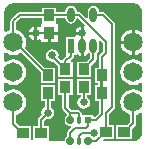
<source format=gtl>
G04*
G04 #@! TF.GenerationSoftware,Altium Limited,Altium Designer,20.2.6 (244)*
G04*
G04 Layer_Physical_Order=1*
G04 Layer_Color=255*
%FSLAX25Y25*%
%MOIN*%
G70*
G04*
G04 #@! TF.SameCoordinates,57C3D2B1-0C05-4810-AB6C-AC3BEF56B978*
G04*
G04*
G04 #@! TF.FilePolarity,Positive*
G04*
G01*
G75*
%ADD10C,0.00800*%
%ADD13R,0.02362X0.02362*%
G04:AMPARAMS|DCode=14|XSize=23.62mil|YSize=15.75mil|CornerRadius=3.94mil|HoleSize=0mil|Usage=FLASHONLY|Rotation=270.000|XOffset=0mil|YOffset=0mil|HoleType=Round|Shape=RoundedRectangle|*
%AMROUNDEDRECTD14*
21,1,0.02362,0.00787,0,0,270.0*
21,1,0.01575,0.01575,0,0,270.0*
1,1,0.00787,-0.00394,-0.00787*
1,1,0.00787,-0.00394,0.00787*
1,1,0.00787,0.00394,0.00787*
1,1,0.00787,0.00394,-0.00787*
%
%ADD14ROUNDEDRECTD14*%
G04:AMPARAMS|DCode=15|XSize=23.62mil|YSize=23.62mil|CornerRadius=5.91mil|HoleSize=0mil|Usage=FLASHONLY|Rotation=270.000|XOffset=0mil|YOffset=0mil|HoleType=Round|Shape=RoundedRectangle|*
%AMROUNDEDRECTD15*
21,1,0.02362,0.01181,0,0,270.0*
21,1,0.01181,0.02362,0,0,270.0*
1,1,0.01181,-0.00591,-0.00591*
1,1,0.01181,-0.00591,0.00591*
1,1,0.01181,0.00591,0.00591*
1,1,0.01181,0.00591,-0.00591*
%
%ADD15ROUNDEDRECTD15*%
%ADD16R,0.02441X0.04803*%
%ADD17O,0.02441X0.04803*%
%ADD18R,0.03937X0.03543*%
%ADD19R,0.03543X0.03937*%
%ADD28C,0.00700*%
%ADD29C,0.06500*%
%ADD30C,0.02600*%
G36*
X711164Y885302D02*
X711305Y884592D01*
X711707Y883990D01*
X712310Y883587D01*
X713020Y883446D01*
X713730Y883587D01*
X714332Y883990D01*
X714735Y884592D01*
X714840Y885122D01*
X715269Y885297D01*
X715373Y885295D01*
X717610Y883059D01*
X717364Y882598D01*
X717260Y882619D01*
Y880373D01*
X716760D01*
Y879873D01*
X714514D01*
X714555Y879670D01*
X714242Y879170D01*
X711199D01*
Y873167D01*
X711216D01*
X711407Y872705D01*
X710439Y871736D01*
X710253Y871459D01*
X710119Y871389D01*
X709690Y871315D01*
X708769Y872237D01*
X708901Y872904D01*
X708738Y873723D01*
X708274Y874417D01*
X707579Y874882D01*
X706760Y875045D01*
X705941Y874882D01*
X705246Y874417D01*
X704782Y873723D01*
X704619Y872904D01*
X704782Y872084D01*
X705246Y871389D01*
X705941Y870925D01*
X706760Y870762D01*
X707380Y870886D01*
X708788Y869477D01*
Y865710D01*
X713532D01*
Y870847D01*
X713087D01*
X712895Y871309D01*
X713741Y872154D01*
X713962Y872485D01*
X714039Y872875D01*
Y873167D01*
X714840D01*
Y873167D01*
X715340Y873265D01*
X715894Y872896D01*
X716260Y872823D01*
Y876168D01*
X717260D01*
Y872823D01*
X717626Y872896D01*
X718361Y873386D01*
X718570Y873699D01*
X719171Y873699D01*
X719188Y873675D01*
X719481Y873479D01*
Y872139D01*
X718188Y870847D01*
X714887D01*
Y865710D01*
X719630D01*
Y869405D01*
X721221Y870996D01*
X721442Y871327D01*
X721520Y871717D01*
Y873479D01*
X721813Y873675D01*
X722215Y874277D01*
X722356Y874987D01*
Y877349D01*
X722269Y877787D01*
X722730Y878033D01*
X723642Y877121D01*
Y874284D01*
X722575Y873218D01*
X722365Y872903D01*
X722291Y872533D01*
Y868847D01*
X720888D01*
Y863710D01*
X722111D01*
Y862941D01*
X720888D01*
Y857804D01*
X722240D01*
Y853767D01*
X720994Y852520D01*
X720494Y852727D01*
Y853107D01*
X716932D01*
X716739Y853527D01*
X716702Y853715D01*
X716481Y854046D01*
X716012Y854514D01*
X715682Y854735D01*
X715291Y854813D01*
X713230D01*
X712180Y855863D01*
Y859805D01*
X713532D01*
Y864942D01*
X708788D01*
Y859805D01*
X710140D01*
Y855441D01*
X710218Y855050D01*
X710439Y854720D01*
X711640Y853518D01*
X711661Y853430D01*
X711612Y852944D01*
X711358Y852775D01*
X711095Y852381D01*
X711003Y851916D01*
Y850735D01*
X711095Y850271D01*
X711358Y849877D01*
X711752Y849614D01*
X712217Y849521D01*
X712983D01*
X713190Y849021D01*
X712086Y847917D01*
X711865Y847587D01*
X711788Y847196D01*
Y845958D01*
X711752Y845951D01*
X711358Y845688D01*
X711095Y845294D01*
X711003Y844830D01*
Y844365D01*
X705853D01*
X705527Y844730D01*
X705527Y844865D01*
Y849473D01*
X703978D01*
Y851102D01*
X704644Y851768D01*
X705228Y851652D01*
X706047Y851815D01*
X706742Y852279D01*
X707206Y852974D01*
X707369Y853793D01*
X707206Y854613D01*
X706742Y855307D01*
X706247Y855638D01*
Y857841D01*
X707599D01*
Y862978D01*
X702856D01*
Y857841D01*
X704208D01*
Y855638D01*
X703714Y855307D01*
X703249Y854613D01*
X703087Y853793D01*
X703202Y853210D01*
X702238Y852246D01*
X702017Y851915D01*
X701939Y851525D01*
Y849473D01*
X700390D01*
Y844865D01*
X700390Y844730D01*
X700332Y844665D01*
X700095D01*
X699622Y845140D01*
Y849473D01*
X695927D01*
X694780Y850621D01*
Y853173D01*
X694870Y853185D01*
X695903Y853613D01*
X696791Y854295D01*
X697472Y855182D01*
X697901Y856216D01*
X698047Y857326D01*
X697901Y858435D01*
X697472Y859469D01*
X696791Y860357D01*
X695903Y861038D01*
X694870Y861466D01*
X693760Y861612D01*
X692651Y861466D01*
X691617Y861038D01*
X691248Y860755D01*
X690799Y860976D01*
Y863675D01*
X691248Y863897D01*
X691617Y863613D01*
X692651Y863185D01*
X693760Y863039D01*
X694870Y863185D01*
X695903Y863613D01*
X696791Y864295D01*
X697472Y865182D01*
X697901Y866216D01*
X698047Y867326D01*
X697901Y868435D01*
X697472Y869469D01*
X696791Y870357D01*
X695903Y871038D01*
X694870Y871466D01*
X693760Y871612D01*
X692651Y871466D01*
X691617Y871038D01*
X691248Y870755D01*
X690799Y870976D01*
Y873676D01*
X691248Y873897D01*
X691617Y873613D01*
X692651Y873185D01*
X693760Y873039D01*
X694870Y873185D01*
X695903Y873613D01*
X696386Y873984D01*
X702856Y867514D01*
Y863746D01*
X707599D01*
Y868883D01*
X704226D01*
X697606Y875504D01*
X697901Y876216D01*
X698047Y877326D01*
X697901Y878435D01*
X697472Y879469D01*
X696791Y880357D01*
X695903Y881038D01*
X694870Y881466D01*
X694729Y881485D01*
Y883925D01*
X696319Y885515D01*
X703388D01*
Y883842D01*
X703388Y883710D01*
X703071Y883342D01*
X702988D01*
Y882534D01*
X702488Y882267D01*
X702080Y882540D01*
X701682Y882619D01*
Y880373D01*
Y878127D01*
X702080Y878207D01*
X702488Y878479D01*
X702988Y878212D01*
Y877404D01*
X705260D01*
Y880373D01*
X705760D01*
Y880873D01*
X708532D01*
Y883342D01*
X708449D01*
X708132Y883710D01*
X708132Y883842D01*
Y885515D01*
X711164D01*
Y885302D01*
D02*
G37*
G36*
X734624Y890173D02*
X735162Y889950D01*
X735647Y889626D01*
X736060Y889213D01*
X736384Y888728D01*
X736607Y888189D01*
X736721Y887617D01*
Y880976D01*
X736272Y880755D01*
X735903Y881038D01*
X734869Y881466D01*
X734260Y881547D01*
Y877326D01*
Y873105D01*
X734869Y873185D01*
X735903Y873613D01*
X736272Y873897D01*
X736721Y873676D01*
Y870976D01*
X736272Y870755D01*
X735903Y871038D01*
X734869Y871466D01*
X733760Y871612D01*
X732651Y871466D01*
X731617Y871038D01*
X730729Y870357D01*
X730048Y869469D01*
X729619Y868435D01*
X729473Y867326D01*
X729619Y866216D01*
X730048Y865182D01*
X730729Y864295D01*
X731617Y863613D01*
X732651Y863185D01*
X733760Y863039D01*
X734869Y863185D01*
X735903Y863613D01*
X736272Y863897D01*
X736721Y863675D01*
Y860976D01*
X736272Y860755D01*
X735903Y861038D01*
X734869Y861466D01*
X733760Y861612D01*
X732651Y861466D01*
X731617Y861038D01*
X730729Y860357D01*
X730048Y859469D01*
X729619Y858435D01*
X729473Y857326D01*
X729619Y856216D01*
X730048Y855182D01*
X730729Y854295D01*
X731617Y853613D01*
X732651Y853185D01*
X732740Y853173D01*
Y850682D01*
X731839Y849781D01*
X728144D01*
Y845037D01*
X733281D01*
Y848339D01*
X734481Y849539D01*
X734702Y849869D01*
X734780Y850259D01*
Y853173D01*
X734869Y853185D01*
X735903Y853613D01*
X736272Y853897D01*
X736721Y853675D01*
Y847034D01*
X736607Y846462D01*
X736384Y845923D01*
X736060Y845438D01*
X735647Y845026D01*
X735162Y844702D01*
X734624Y844479D01*
X734052Y844365D01*
X724033D01*
X723783Y844865D01*
X723913Y845037D01*
X727376D01*
Y849781D01*
X725827D01*
Y853371D01*
X727481Y855025D01*
X727702Y855356D01*
X727780Y855746D01*
Y883326D01*
X727702Y883716D01*
X727481Y884047D01*
X724324Y887204D01*
X723993Y887425D01*
X723602Y887503D01*
X722356D01*
Y887664D01*
X722215Y888375D01*
X721813Y888977D01*
X721210Y889379D01*
X720500Y889520D01*
X719790Y889379D01*
X719188Y888977D01*
X718785Y888375D01*
X718644Y887664D01*
Y885471D01*
X718171Y885238D01*
X716240Y887168D01*
X715926Y887378D01*
X715555Y887452D01*
X714876D01*
Y887664D01*
X714735Y888375D01*
X714332Y888977D01*
X713730Y889379D01*
X713020Y889520D01*
X712310Y889379D01*
X711707Y888977D01*
X711305Y888375D01*
X711164Y887664D01*
Y887452D01*
X708132D01*
Y888847D01*
X703388D01*
Y887452D01*
X695918D01*
X695547Y887378D01*
X695233Y887168D01*
X693075Y885011D01*
X692865Y884696D01*
X692791Y884326D01*
Y881485D01*
X692651Y881466D01*
X691617Y881038D01*
X691248Y880755D01*
X690799Y880976D01*
Y887617D01*
X690913Y888189D01*
X691136Y888728D01*
X691460Y889213D01*
X691873Y889626D01*
X692357Y889950D01*
X692896Y890173D01*
X693468Y890287D01*
X734052D01*
X734624Y890173D01*
D02*
G37*
G36*
X723760Y860326D02*
X722760D01*
Y866278D01*
X723760D01*
Y860326D01*
D02*
G37*
%LPC*%
G36*
X716260Y882619D02*
X715863Y882540D01*
X715102Y882031D01*
X714594Y881270D01*
X714514Y880873D01*
X716260D01*
Y882619D01*
D02*
G37*
G36*
X700682D02*
X700285Y882540D01*
X699524Y882031D01*
X699016Y881270D01*
X698937Y880873D01*
X700682D01*
Y882619D01*
D02*
G37*
G36*
Y879873D02*
X698937D01*
X699016Y879476D01*
X699524Y878715D01*
X700285Y878207D01*
X700682Y878127D01*
Y879873D01*
D02*
G37*
G36*
X708532D02*
X706260D01*
Y877404D01*
X708532D01*
Y879873D01*
D02*
G37*
G36*
X719630Y864942D02*
X714887D01*
Y859805D01*
X716239D01*
Y859170D01*
X715744Y858840D01*
X715280Y858145D01*
X715117Y857326D01*
X715280Y856506D01*
X715744Y855812D01*
X716439Y855348D01*
X717259Y855185D01*
X718078Y855348D01*
X718773Y855812D01*
X719237Y856506D01*
X719400Y857326D01*
X719237Y858145D01*
X718773Y858840D01*
X718278Y859170D01*
Y859805D01*
X719630D01*
Y864942D01*
D02*
G37*
G36*
X733260Y881547D02*
X732651Y881466D01*
X731617Y881038D01*
X730729Y880357D01*
X730048Y879469D01*
X729619Y878435D01*
X729539Y877826D01*
X733260D01*
Y881547D01*
D02*
G37*
G36*
Y876826D02*
X729539D01*
X729619Y876216D01*
X730048Y875182D01*
X730729Y874295D01*
X731617Y873613D01*
X732651Y873185D01*
X733260Y873105D01*
Y876826D01*
D02*
G37*
%LPD*%
D10*
X724807Y853793D02*
X726760Y855746D01*
Y883326D01*
X724807Y847409D02*
Y853793D01*
X701182Y880373D02*
X705760D01*
X711160Y868475D02*
Y871015D01*
X716760Y876168D02*
Y880373D01*
X723602Y886483D02*
X726760Y883326D01*
X717259Y857326D02*
Y862373D01*
X715760Y844726D02*
Y846102D01*
X716760Y847102D01*
X717962Y848575D02*
X718713Y849326D01*
X714186Y848575D02*
X717962D01*
X720687Y847102D02*
X720760Y847175D01*
X716760Y847102D02*
X720687D01*
X712807Y847196D02*
X714186Y848575D01*
X712807Y844726D02*
Y847196D01*
X718713Y849326D02*
Y851326D01*
X712807Y853793D02*
X715291D01*
X715760Y851326D02*
Y853325D01*
X715291Y853793D02*
X715760Y853325D01*
X723260Y853344D02*
Y860373D01*
X721242Y851326D02*
X723260Y853344D01*
X718713Y851326D02*
X721242D01*
X730910Y847409D02*
X733760Y850259D01*
X730713Y847409D02*
X730910D01*
X733760Y850259D02*
Y857326D01*
X693760Y850198D02*
Y857326D01*
Y850198D02*
X696857Y847102D01*
X697053D01*
X713020Y872875D02*
Y876168D01*
X711160Y871015D02*
X713020Y872875D01*
X720500Y871717D02*
Y876168D01*
X717259Y868475D02*
X720500Y871717D01*
X717259Y868279D02*
Y868475D01*
X718713Y844239D02*
X721441D01*
X724610Y847409D02*
X724807D01*
X721441Y844239D02*
X724610Y847409D01*
X720500Y886483D02*
X723602D01*
X712807Y851326D02*
Y853793D01*
X711160Y855441D02*
X712807Y853793D01*
X711160Y855441D02*
Y862373D01*
X702959Y851525D02*
X705228Y853793D01*
X702959Y847102D02*
Y851525D01*
X705228Y853793D02*
Y860409D01*
D13*
X718713Y851326D02*
D03*
D14*
X715760D02*
D03*
Y844239D02*
D03*
D15*
X712807Y851326D02*
D03*
X718713Y844239D02*
D03*
X712807D02*
D03*
D16*
X713020Y876168D02*
D03*
D17*
X716760D02*
D03*
X720500D02*
D03*
X713020Y886483D02*
D03*
X720500D02*
D03*
D18*
X724807Y847409D02*
D03*
X730713D02*
D03*
X697053Y847102D02*
D03*
X702959D02*
D03*
D19*
X723260Y860373D02*
D03*
Y866278D02*
D03*
X705760Y886279D02*
D03*
Y880373D02*
D03*
X711160Y868279D02*
D03*
Y862373D02*
D03*
X717259Y868279D02*
D03*
Y862373D02*
D03*
X705228Y860409D02*
D03*
Y866315D02*
D03*
D28*
X706760Y872875D02*
Y872904D01*
X711160Y868279D02*
Y868475D01*
X706760Y872875D02*
X711160Y868475D01*
X693760Y877326D02*
X694414D01*
X705228Y866512D01*
Y866315D02*
Y866512D01*
X695918Y886483D02*
X713020D01*
X720713Y881326D02*
X720807D01*
X724610Y873883D02*
Y877523D01*
X720807Y881326D02*
X724610Y877523D01*
X713020Y886483D02*
X715555D01*
X720713Y881326D01*
X693760Y877326D02*
Y884326D01*
X695918Y886483D01*
X723260Y872533D02*
X724610Y873883D01*
X723260Y866278D02*
Y872533D01*
D29*
X693760Y867326D02*
D03*
X733760Y877326D02*
D03*
X693760D02*
D03*
Y857326D02*
D03*
X733760Y867326D02*
D03*
Y857326D02*
D03*
D30*
X701182Y880373D02*
D03*
X706760Y872904D02*
D03*
X716760Y880373D02*
D03*
X717259Y857326D02*
D03*
X720760Y847175D02*
D03*
X705228Y853793D02*
D03*
M02*

</source>
